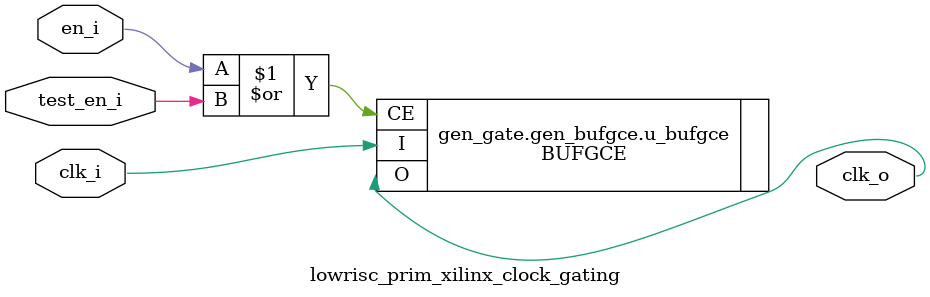
<source format=sv>

module lowrisc_prim_xilinx_clock_gating #(
  parameter bit NoFpgaGate = 1'b0,
  parameter bit FpgaBufGlobal = 1'b1
) (
  input        clk_i,
  input        en_i,
  input        test_en_i,
  output logic clk_o
);

  if (NoFpgaGate) begin : gen_no_gate
    assign clk_o = clk_i;
  end else begin : gen_gate
    if (FpgaBufGlobal) begin : gen_bufgce
      // By default, we use BUFG(CE)s, i.e., global clock buffers (with enable input).
      // These resources are scarce (32 in monolithic 7 series devices) and under some
      // circumstances cannot be cascaded. They should especially be used for (gating)
      // clocks that span big parts of the design/multiple clock regions.
      BUFGCE #(
        .SIM_DEVICE("ULTRASCALE_PLUS")
      ) u_bufgce (
        .I (clk_i),
        .CE(en_i | test_en_i),
        .O (clk_o)
      );
    end else begin : gen_bufhce
      // The BUFH(CE) is a horizontal or local clock buffer (with enable input). Every clock
      // region has 12 of these buffers. They should be used for (gating) clocks that are
      // being used locally.
      BUFHCE u_bufhce (
        .I (clk_i),
        .CE(en_i | test_en_i),
        .O (clk_o)
      );
    end
  end



endmodule

</source>
